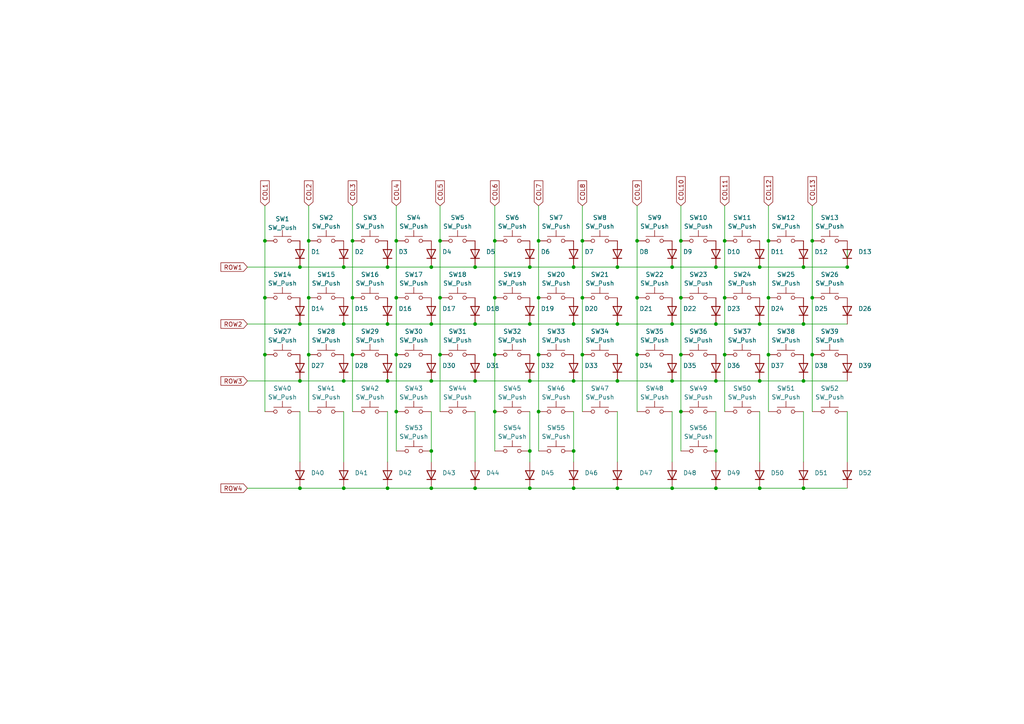
<source format=kicad_sch>
(kicad_sch (version 20230121) (generator eeschema)
  (paper "A4")
  (lib_symbols
    (symbol "Diode:1N4148W" (pin_numbers hide) (pin_names hide)
      (property "Reference" "D" (at 0 2.54 0))
      (property "Value" "1N4148W" (at 0 -2.54 0))
      (symbol "1N4148W_0_1"
        (polyline (pts (xy -1.27 1.27) (xy -1.27 -1.27)) (stroke (width 0.254)))
        (polyline (pts (xy 1.27 0) (xy -1.27 0)))
        (polyline (pts (xy 1.27 1.27) (xy 1.27 -1.27) (xy -1.27 0) (xy 1.27 1.27)) (stroke (width 0.254)))
      )
      (symbol "1N4148W_1_1"
        (pin passive line (at -3.81 0 0) (length 2.54) (name "K") (number "1"))
        (pin passive line (at 3.81 0 180) (length 2.54) (name "A") (number "2"))
      )
    )
    (symbol "Switch:SW_Push" (pin_numbers hide) (pin_names (offset 1.016) hide)
      (property "Reference" "SW" (at 1.27 2.54 0))
      (property "Value" "SW_Push" (at 0 -1.524 0))
      (symbol "SW_Push_0_1"
        (circle (center -2.032 0) (radius 0.508))
        (polyline (pts (xy 0 1.27) (xy 0 3.048)))
        (polyline (pts (xy 2.54 1.27) (xy -2.54 1.27)))
        (circle (center 2.032 0) (radius 0.508))
        (pin passive line (at -5.08 0 0) (length 2.54) (name "1") (number "1"))
        (pin passive line (at 5.08 0 180) (length 2.54) (name "2") (number "2"))
      )
    )
  )
  (junction (at 166.37 130.81))
  (junction (at 194.945 141.605))
  (junction (at 137.795 110.49))
  (junction (at 127.635 102.87))
  (junction (at 166.37 93.98))
  (junction (at 125.095 141.605))
  (junction (at 114.935 102.87))
  (junction (at 168.91 69.85))
  (junction (at 184.785 86.36))
  (junction (at 220.345 93.98))
  (junction (at 233.045 93.98))
  (junction (at 89.535 102.87))
  (junction (at 143.51 102.87))
  (junction (at 194.945 77.47))
  (junction (at 137.795 141.605))
  (junction (at 235.585 69.85))
  (junction (at 156.21 102.87))
  (junction (at 197.485 119.38))
  (junction (at 86.995 110.49))
  (junction (at 112.395 141.605))
  (junction (at 89.535 86.36))
  (junction (at 125.095 77.47))
  (junction (at 197.485 102.87))
  (junction (at 86.995 77.47))
  (junction (at 194.945 110.49))
  (junction (at 156.21 69.85))
  (junction (at 184.785 102.87))
  (junction (at 245.745 77.47))
  (junction (at 166.37 141.605))
  (junction (at 168.91 86.36))
  (junction (at 235.585 86.36))
  (junction (at 125.095 130.81))
  (junction (at 207.645 141.605))
  (junction (at 112.395 77.47))
  (junction (at 99.695 110.49))
  (junction (at 137.795 77.47))
  (junction (at 112.395 93.98))
  (junction (at 220.345 110.49))
  (junction (at 207.645 110.49))
  (junction (at 76.835 102.87))
  (junction (at 143.51 86.36))
  (junction (at 207.645 130.81))
  (junction (at 153.67 93.98))
  (junction (at 222.885 86.36))
  (junction (at 137.795 93.98))
  (junction (at 125.095 93.98))
  (junction (at 102.235 102.87))
  (junction (at 153.67 141.605))
  (junction (at 220.345 77.47))
  (junction (at 233.045 141.605))
  (junction (at 102.235 69.85))
  (junction (at 102.235 86.36))
  (junction (at 207.645 77.47))
  (junction (at 143.51 69.85))
  (junction (at 233.045 77.47))
  (junction (at 168.91 102.87))
  (junction (at 153.67 77.47))
  (junction (at 86.995 141.605))
  (junction (at 222.885 102.87))
  (junction (at 99.695 77.47))
  (junction (at 76.835 69.85))
  (junction (at 114.935 86.36))
  (junction (at 112.395 110.49))
  (junction (at 222.885 69.85))
  (junction (at 166.37 110.49))
  (junction (at 207.645 93.98))
  (junction (at 210.185 102.87))
  (junction (at 153.67 130.81))
  (junction (at 194.945 93.98))
  (junction (at 127.635 86.36))
  (junction (at 127.635 69.85))
  (junction (at 210.185 69.85))
  (junction (at 156.21 86.36))
  (junction (at 156.21 119.38))
  (junction (at 114.935 69.85))
  (junction (at 153.67 110.49))
  (junction (at 210.185 86.36))
  (junction (at 89.535 69.85))
  (junction (at 179.07 93.98))
  (junction (at 197.485 69.85))
  (junction (at 235.585 102.87))
  (junction (at 86.995 93.98))
  (junction (at 220.345 141.605))
  (junction (at 233.045 110.49))
  (junction (at 99.695 141.605))
  (junction (at 99.695 93.98))
  (junction (at 166.37 77.47))
  (junction (at 197.485 86.36))
  (junction (at 184.785 69.85))
  (junction (at 179.07 77.47))
  (junction (at 143.51 119.38))
  (junction (at 76.835 86.36))
  (junction (at 125.095 110.49))
  (junction (at 179.07 110.49))
  (junction (at 114.935 119.38))
  (junction (at 179.07 141.605))
  (wire (pts (xy 207.645 93.98) (xy 220.345 93.98)))
  (wire (pts (xy 137.795 93.98) (xy 153.67 93.98)))
  (wire (pts (xy 143.51 59.69) (xy 143.51 69.85)))
  (wire (pts (xy 143.51 86.36) (xy 143.51 102.87)))
  (wire (pts (xy 99.695 77.47) (xy 112.395 77.47)))
  (wire (pts (xy 184.785 69.85) (xy 184.785 86.36)))
  (wire (pts (xy 197.485 102.87) (xy 197.485 119.38)))
  (wire (pts (xy 127.635 86.36) (xy 127.635 102.87)))
  (wire (pts (xy 137.795 141.605) (xy 153.67 141.605)))
  (wire (pts (xy 76.835 59.69) (xy 76.835 69.85)))
  (wire (pts (xy 207.645 77.47) (xy 220.345 77.47)))
  (wire (pts (xy 86.995 93.98) (xy 99.695 93.98)))
  (wire (pts (xy 207.645 110.49) (xy 220.345 110.49)))
  (wire (pts (xy 179.07 93.98) (xy 194.945 93.98)))
  (wire (pts (xy 125.095 93.98) (xy 137.795 93.98)))
  (wire (pts (xy 99.695 141.605) (xy 112.395 141.605)))
  (wire (pts (xy 168.91 86.36) (xy 168.91 102.87)))
  (wire (pts (xy 76.835 102.87) (xy 76.835 119.38)))
  (wire (pts (xy 114.935 119.38) (xy 114.935 130.81)))
  (wire (pts (xy 235.585 102.87) (xy 235.585 119.38)))
  (wire (pts (xy 197.485 119.38) (xy 197.485 130.81)))
  (wire (pts (xy 153.67 141.605) (xy 166.37 141.605)))
  (wire (pts (xy 168.91 69.85) (xy 168.91 86.36)))
  (wire (pts (xy 220.345 133.985) (xy 220.345 119.38)))
  (wire (pts (xy 179.07 119.38) (xy 179.07 133.985)))
  (wire (pts (xy 86.995 141.605) (xy 99.695 141.605)))
  (wire (pts (xy 245.745 133.985) (xy 245.745 119.38)))
  (wire (pts (xy 168.91 59.69) (xy 168.91 69.85)))
  (wire (pts (xy 137.795 133.985) (xy 137.795 119.38)))
  (wire (pts (xy 233.045 141.605) (xy 245.745 141.605)))
  (wire (pts (xy 197.485 86.36) (xy 197.485 102.87)))
  (wire (pts (xy 210.185 59.69) (xy 210.185 69.85)))
  (wire (pts (xy 235.585 69.85) (xy 235.585 86.36)))
  (wire (pts (xy 210.185 86.36) (xy 210.185 102.87)))
  (wire (pts (xy 207.645 133.985) (xy 207.645 130.81)))
  (wire (pts (xy 210.185 102.87) (xy 210.185 119.38)))
  (wire (pts (xy 127.635 102.87) (xy 127.635 119.38)))
  (wire (pts (xy 222.885 69.85) (xy 222.885 86.36)))
  (wire (pts (xy 197.485 59.69) (xy 197.485 69.85)))
  (wire (pts (xy 153.67 77.47) (xy 166.37 77.47)))
  (wire (pts (xy 112.395 77.47) (xy 125.095 77.47)))
  (wire (pts (xy 194.945 93.98) (xy 207.645 93.98)))
  (wire (pts (xy 114.935 69.85) (xy 114.935 86.36)))
  (wire (pts (xy 114.935 102.87) (xy 114.935 119.38)))
  (wire (pts (xy 233.045 77.47) (xy 245.745 77.47)))
  (wire (pts (xy 137.795 77.47) (xy 153.67 77.47)))
  (wire (pts (xy 102.235 59.69) (xy 102.235 69.85)))
  (wire (pts (xy 210.185 69.85) (xy 210.185 86.36)))
  (wire (pts (xy 194.945 110.49) (xy 207.645 110.49)))
  (wire (pts (xy 143.51 102.87) (xy 143.51 119.38)))
  (wire (pts (xy 156.21 69.85) (xy 156.21 86.36)))
  (wire (pts (xy 89.535 86.36) (xy 89.535 102.87)))
  (wire (pts (xy 76.835 86.36) (xy 76.835 102.87)))
  (wire (pts (xy 125.095 130.81) (xy 125.095 119.38)))
  (wire (pts (xy 156.21 102.87) (xy 156.21 119.38)))
  (wire (pts (xy 143.51 119.38) (xy 143.51 130.81)))
  (wire (pts (xy 112.395 133.985) (xy 112.395 119.38)))
  (wire (pts (xy 166.37 77.47) (xy 179.07 77.47)))
  (wire (pts (xy 166.37 93.98) (xy 179.07 93.98)))
  (wire (pts (xy 222.885 59.69) (xy 222.885 69.85)))
  (wire (pts (xy 99.695 110.49) (xy 112.395 110.49)))
  (wire (pts (xy 166.37 110.49) (xy 179.07 110.49)))
  (wire (pts (xy 197.485 69.85) (xy 197.485 86.36)))
  (wire (pts (xy 233.045 93.98) (xy 245.745 93.98)))
  (wire (pts (xy 102.235 102.87) (xy 102.235 119.38)))
  (wire (pts (xy 127.635 69.85) (xy 127.635 86.36)))
  (wire (pts (xy 102.235 86.36) (xy 102.235 102.87)))
  (wire (pts (xy 125.095 133.985) (xy 125.095 130.81)))
  (wire (pts (xy 156.21 86.36) (xy 156.21 102.87)))
  (wire (pts (xy 233.045 133.985) (xy 233.045 119.38)))
  (wire (pts (xy 86.995 77.47) (xy 99.695 77.47)))
  (wire (pts (xy 235.585 59.69) (xy 235.585 69.85)))
  (wire (pts (xy 71.755 93.98) (xy 86.995 93.98)))
  (wire (pts (xy 125.095 141.605) (xy 137.795 141.605)))
  (wire (pts (xy 86.995 133.985) (xy 86.995 119.38)))
  (wire (pts (xy 179.07 77.47) (xy 194.945 77.47)))
  (wire (pts (xy 179.07 141.605) (xy 194.945 141.605)))
  (wire (pts (xy 207.645 141.605) (xy 220.345 141.605)))
  (wire (pts (xy 179.07 110.49) (xy 194.945 110.49)))
  (wire (pts (xy 166.37 141.605) (xy 179.07 141.605)))
  (wire (pts (xy 233.045 110.49) (xy 245.745 110.49)))
  (wire (pts (xy 194.945 141.605) (xy 207.645 141.605)))
  (wire (pts (xy 112.395 110.49) (xy 125.095 110.49)))
  (wire (pts (xy 99.695 133.985) (xy 99.695 119.38)))
  (wire (pts (xy 245.745 72.39) (xy 245.745 77.47)))
  (wire (pts (xy 76.835 69.85) (xy 76.835 86.36)))
  (wire (pts (xy 153.67 130.81) (xy 153.67 119.38)))
  (wire (pts (xy 125.095 110.49) (xy 137.795 110.49)))
  (wire (pts (xy 127.635 59.69) (xy 127.635 69.85)))
  (wire (pts (xy 89.535 69.85) (xy 89.535 86.36)))
  (wire (pts (xy 89.535 102.87) (xy 89.535 119.38)))
  (wire (pts (xy 235.585 86.36) (xy 235.585 102.87)))
  (wire (pts (xy 156.21 119.38) (xy 156.21 130.81)))
  (wire (pts (xy 99.695 93.98) (xy 112.395 93.98)))
  (wire (pts (xy 71.755 110.49) (xy 86.995 110.49)))
  (wire (pts (xy 194.945 133.985) (xy 194.945 119.38)))
  (wire (pts (xy 71.755 141.605) (xy 86.995 141.605)))
  (wire (pts (xy 86.995 110.49) (xy 99.695 110.49)))
  (wire (pts (xy 112.395 93.98) (xy 125.095 93.98)))
  (wire (pts (xy 194.945 77.47) (xy 207.645 77.47)))
  (wire (pts (xy 71.755 77.47) (xy 86.995 77.47)))
  (wire (pts (xy 220.345 77.47) (xy 233.045 77.47)))
  (wire (pts (xy 184.785 59.69) (xy 184.785 69.85)))
  (wire (pts (xy 153.67 93.98) (xy 166.37 93.98)))
  (wire (pts (xy 184.785 86.36) (xy 184.785 102.87)))
  (wire (pts (xy 153.67 110.49) (xy 166.37 110.49)))
  (wire (pts (xy 220.345 110.49) (xy 233.045 110.49)))
  (wire (pts (xy 125.095 77.47) (xy 137.795 77.47)))
  (wire (pts (xy 137.795 110.49) (xy 153.67 110.49)))
  (wire (pts (xy 143.51 69.85) (xy 143.51 86.36)))
  (wire (pts (xy 114.935 59.69) (xy 114.935 69.85)))
  (wire (pts (xy 166.37 130.81) (xy 166.37 133.985)))
  (wire (pts (xy 156.21 59.69) (xy 156.21 69.85)))
  (wire (pts (xy 184.785 102.87) (xy 184.785 119.38)))
  (wire (pts (xy 207.645 130.81) (xy 207.645 119.38)))
  (wire (pts (xy 89.535 59.69) (xy 89.535 69.85)))
  (wire (pts (xy 112.395 141.605) (xy 125.095 141.605)))
  (wire (pts (xy 114.935 86.36) (xy 114.935 102.87)))
  (wire (pts (xy 102.235 69.85) (xy 102.235 86.36)))
  (wire (pts (xy 153.67 133.985) (xy 153.67 130.81)))
  (wire (pts (xy 222.885 102.87) (xy 222.885 119.38)))
  (wire (pts (xy 220.345 141.605) (xy 233.045 141.605)))
  (wire (pts (xy 166.37 130.81) (xy 166.37 119.38)))
  (wire (pts (xy 168.91 102.87) (xy 168.91 119.38)))
  (wire (pts (xy 222.885 86.36) (xy 222.885 102.87)))
  (wire (pts (xy 220.345 93.98) (xy 233.045 93.98)))
  (global_label "COL1" (shape input) (at 76.835 59.69 90) (property "Intersheetrefs" "${INTERSHEET_REFS}" (effects hide)))
  (global_label "COL10" (shape input) (at 197.485 59.69 90) (property "Intersheetrefs" "${INTERSHEET_REFS}" (effects hide)))
  (global_label "COL13" (shape input) (at 235.585 59.69 90) (property "Intersheetrefs" "${INTERSHEET_REFS}" (effects hide)))
  (global_label "COL6" (shape input) (at 143.51 59.69 90) (property "Intersheetrefs" "${INTERSHEET_REFS}" (effects hide)))
  (global_label "COL5" (shape input) (at 127.635 59.69 90) (property "Intersheetrefs" "${INTERSHEET_REFS}" (effects hide)))
  (global_label "COL8" (shape input) (at 168.91 59.69 90) (property "Intersheetrefs" "${INTERSHEET_REFS}" (effects hide)))
  (global_label "ROW2" (shape input) (at 71.755 93.98 180) (property "Intersheetrefs" "${INTERSHEET_REFS}" (effects hide)))
  (global_label "COL9" (shape input) (at 184.785 59.69 90) (property "Intersheetrefs" "${INTERSHEET_REFS}" (effects hide)))
  (global_label "COL7" (shape input) (at 156.21 59.69 90) (property "Intersheetrefs" "${INTERSHEET_REFS}" (effects hide)))
  (global_label "COL4" (shape input) (at 114.935 59.69 90) (property "Intersheetrefs" "${INTERSHEET_REFS}" (effects hide)))
  (global_label "COL12" (shape input) (at 222.885 59.69 90) (property "Intersheetrefs" "${INTERSHEET_REFS}" (effects hide)))
  (global_label "COL11" (shape input) (at 210.185 59.69 90) (property "Intersheetrefs" "${INTERSHEET_REFS}" (effects hide)))
  (global_label "ROW4" (shape input) (at 71.755 141.605 180) (property "Intersheetrefs" "${INTERSHEET_REFS}" (effects hide)))
  (global_label "ROW3" (shape input) (at 71.755 110.49 180) (property "Intersheetrefs" "${INTERSHEET_REFS}" (effects hide)))
  (global_label "COL2" (shape input) (at 89.535 59.69 90) (property "Intersheetrefs" "${INTERSHEET_REFS}" (effects hide)))
  (global_label "COL3" (shape input) (at 102.235 59.69 90) (property "Intersheetrefs" "${INTERSHEET_REFS}" (effects hide)))
  (global_label "ROW1" (shape input) (at 71.755 77.47 180) (property "Intersheetrefs" "${INTERSHEET_REFS}" (effects hide)))
  (symbol (lib_id "Diode:1N4148W") (at 166.37 90.17 90) (unit 1)
    (property "Reference" "D20" (at 169.545 89.535 90) (effects (justify right)))
    (property "Value" "1N4148W" (effects hide))
    (property "Footprint" "Diode_SMD:D_SOD-123" (effects hide))
    (property "Datasheet" "https://www.vishay.com/docs/85748/1n4148w.pdf" (effects hide))
    (property "Sim.Device" "D" (effects hide))
    (property "Sim.Pins" "1=K 2=A" (effects hide))
  )
  (symbol (lib_id "Switch:SW_Push") (at 240.665 119.38 0) (unit 1)
    (property "Reference" "SW52" (at 240.665 112.649 0))
    (property "Value" "SW_Push" (at 240.665 115.189 0))
    (property "Footprint" "MX_Solderable:MX-Solderable-1U" (effects hide))
  )
  (symbol (lib_id "Diode:1N4148W") (at 179.07 137.795 90) (unit 1)
    (property "Reference" "D47" (at 185.42 137.16 90) (effects (justify right)))
    (property "Value" "1N4148W" (effects hide))
    (property "Footprint" "Diode_SMD:D_SOD-123" (effects hide))
    (property "Datasheet" "https://www.vishay.com/docs/85748/1n4148w.pdf" (effects hide))
    (property "Sim.Device" "D" (effects hide))
    (property "Sim.Pins" "1=K 2=A" (effects hide))
  )
  (symbol (lib_id "Diode:1N4148W") (at 125.095 106.68 90) (unit 1)
    (property "Reference" "D30" (at 128.27 106.045 90) (effects (justify right)))
    (property "Value" "1N4148W" (effects hide))
    (property "Footprint" "Diode_SMD:D_SOD-123" (effects hide))
    (property "Datasheet" "https://www.vishay.com/docs/85748/1n4148w.pdf" (effects hide))
    (property "Sim.Device" "D" (effects hide))
    (property "Sim.Pins" "1=K 2=A" (effects hide))
  )
  (symbol (lib_id "Switch:SW_Push") (at 107.315 69.85 0) (unit 1)
    (property "Reference" "SW3" (at 107.315 63.119 0))
    (property "Value" "SW_Push" (at 107.315 65.659 0))
    (property "Footprint" "MX_Solderable:MX-Solderable-1U" (effects hide))
  )
  (symbol (lib_id "Diode:1N4148W") (at 207.645 73.66 90) (unit 1)
    (property "Reference" "D10" (at 210.82 73.025 90) (effects (justify right)))
    (property "Value" "1N4148W" (effects hide))
    (property "Footprint" "Diode_SMD:D_SOD-123" (effects hide))
    (property "Datasheet" "https://www.vishay.com/docs/85748/1n4148w.pdf" (effects hide))
    (property "Sim.Device" "D" (effects hide))
    (property "Sim.Pins" "1=K 2=A" (effects hide))
  )
  (symbol (lib_id "Switch:SW_Push") (at 202.565 102.87 0) (unit 1)
    (property "Reference" "SW36" (at 202.565 96.139 0))
    (property "Value" "SW_Push" (at 202.565 98.679 0))
    (property "Footprint" "MX_Solderable:MX-Solderable-1U" (effects hide))
  )
  (symbol (lib_id "Diode:1N4148W") (at 233.045 90.17 90) (unit 1)
    (property "Reference" "D25" (at 236.22 89.535 90) (effects (justify right)))
    (property "Value" "1N4148W" (effects hide))
    (property "Footprint" "Diode_SMD:D_SOD-123" (effects hide))
    (property "Datasheet" "https://www.vishay.com/docs/85748/1n4148w.pdf" (effects hide))
    (property "Sim.Device" "D" (effects hide))
    (property "Sim.Pins" "1=K 2=A" (effects hide))
  )
  (symbol (lib_id "Diode:1N4148W") (at 207.645 106.68 90) (unit 1)
    (property "Reference" "D36" (at 210.82 106.045 90) (effects (justify right)))
    (property "Value" "1N4148W" (effects hide))
    (property "Footprint" "Diode_SMD:D_SOD-123" (effects hide))
    (property "Datasheet" "https://www.vishay.com/docs/85748/1n4148w.pdf" (effects hide))
    (property "Sim.Device" "D" (effects hide))
    (property "Sim.Pins" "1=K 2=A" (effects hide))
  )
  (symbol (lib_id "Diode:1N4148W") (at 153.67 106.68 90) (unit 1)
    (property "Reference" "D32" (at 156.845 106.045 90) (effects (justify right)))
    (property "Value" "1N4148W" (effects hide))
    (property "Footprint" "Diode_SMD:D_SOD-123" (effects hide))
    (property "Datasheet" "https://www.vishay.com/docs/85748/1n4148w.pdf" (effects hide))
    (property "Sim.Device" "D" (effects hide))
    (property "Sim.Pins" "1=K 2=A" (effects hide))
  )
  (symbol (lib_id "Switch:SW_Push") (at 215.265 102.87 0) (unit 1)
    (property "Reference" "SW37" (at 215.265 96.139 0))
    (property "Value" "SW_Push" (at 215.265 98.679 0))
    (property "Footprint" "MX_Solderable:MX-Solderable-1U" (effects hide))
  )
  (symbol (lib_id "Switch:SW_Push") (at 148.59 119.38 0) (unit 1)
    (property "Reference" "SW45" (at 148.59 112.649 0))
    (property "Value" "SW_Push" (at 148.59 115.189 0))
    (property "Footprint" "MX_Solderable:MX-Solderable-1U" (effects hide))
  )
  (symbol (lib_id "Switch:SW_Push") (at 161.29 130.81 0) (unit 1)
    (property "Reference" "SW55" (at 161.29 124.079 0))
    (property "Value" "SW_Push" (at 161.29 126.619 0))
    (property "Footprint" "MX_Solderable:MX-Solderable-2U-ReversedStabilizers" (effects hide))
  )
  (symbol (lib_id "Diode:1N4148W") (at 179.07 90.17 90) (unit 1)
    (property "Reference" "D21" (at 185.42 89.535 90) (effects (justify right)))
    (property "Value" "1N4148W" (effects hide))
    (property "Footprint" "Diode_SMD:D_SOD-123" (effects hide))
    (property "Datasheet" "https://www.vishay.com/docs/85748/1n4148w.pdf" (effects hide))
    (property "Sim.Device" "D" (effects hide))
    (property "Sim.Pins" "1=K 2=A" (effects hide))
  )
  (symbol (lib_id "Switch:SW_Push") (at 81.915 69.85 0) (unit 1)
    (property "Reference" "SW1" (at 81.915 63.5 0))
    (property "Value" "SW_Push" (at 81.915 66.04 0))
    (property "Footprint" "MX_Solderable:MX-Solderable-1U" (effects hide))
  )
  (symbol (lib_id "Diode:1N4148W") (at 166.37 137.795 90) (unit 1)
    (property "Reference" "D46" (at 169.545 137.16 90) (effects (justify right)))
    (property "Value" "1N4148W" (effects hide))
    (property "Footprint" "Diode_SMD:D_SOD-123" (effects hide))
    (property "Datasheet" "https://www.vishay.com/docs/85748/1n4148w.pdf" (effects hide))
    (property "Sim.Device" "D" (effects hide))
    (property "Sim.Pins" "1=K 2=A" (effects hide))
  )
  (symbol (lib_id "Switch:SW_Push") (at 81.915 86.36 0) (unit 1)
    (property "Reference" "SW14" (at 81.915 79.629 0))
    (property "Value" "SW_Push" (at 81.915 82.169 0))
    (property "Footprint" "MX_Solderable:MX-Solderable-1U" (effects hide))
  )
  (symbol (lib_id "Switch:SW_Push") (at 120.015 102.87 0) (unit 1)
    (property "Reference" "SW30" (at 120.015 96.139 0))
    (property "Value" "SW_Push" (at 120.015 98.679 0))
    (property "Footprint" "MX_Solderable:MX-Solderable-1U" (effects hide))
  )
  (symbol (lib_id "Switch:SW_Push") (at 120.015 130.81 0) (unit 1)
    (property "Reference" "SW53" (at 120.015 124.079 0))
    (property "Value" "SW_Push" (at 120.015 126.619 0))
    (property "Footprint" "MX_Solderable:MX-Solderable-2U-ReversedStabilizers" (effects hide))
  )
  (symbol (lib_id "Diode:1N4148W") (at 86.995 90.17 90) (unit 1)
    (property "Reference" "D14" (at 90.17 89.535 90) (effects (justify right)))
    (property "Value" "1N4148W" (effects hide))
    (property "Footprint" "Diode_SMD:D_SOD-123" (effects hide))
    (property "Datasheet" "https://www.vishay.com/docs/85748/1n4148w.pdf" (effects hide))
    (property "Sim.Device" "D" (effects hide))
    (property "Sim.Pins" "1=K 2=A" (effects hide))
  )
  (symbol (lib_id "Switch:SW_Push") (at 148.59 69.85 0) (unit 1)
    (property "Reference" "SW6" (at 148.59 63.119 0))
    (property "Value" "SW_Push" (at 148.59 65.659 0))
    (property "Footprint" "MX_Solderable:MX-Solderable-1U" (effects hide))
  )
  (symbol (lib_id "Diode:1N4148W") (at 137.795 90.17 90) (unit 1)
    (property "Reference" "D18" (at 140.97 89.535 90) (effects (justify right)))
    (property "Value" "1N4148W" (effects hide))
    (property "Footprint" "Diode_SMD:D_SOD-123" (effects hide))
    (property "Datasheet" "https://www.vishay.com/docs/85748/1n4148w.pdf" (effects hide))
    (property "Sim.Device" "D" (effects hide))
    (property "Sim.Pins" "1=K 2=A" (effects hide))
  )
  (symbol (lib_id "Switch:SW_Push") (at 227.965 86.36 0) (unit 1)
    (property "Reference" "SW25" (at 227.965 79.629 0))
    (property "Value" "SW_Push" (at 227.965 82.169 0))
    (property "Footprint" "MX_Solderable:MX-Solderable-1U" (effects hide))
  )
  (symbol (lib_id "Switch:SW_Push") (at 148.59 130.81 0) (unit 1)
    (property "Reference" "SW54" (at 148.59 124.079 0))
    (property "Value" "SW_Push" (at 148.59 126.619 0))
    (property "Footprint" "MX_Solderable:MX-Solderable-2U-ReversedStabilizers" (effects hide))
  )
  (symbol (lib_id "Switch:SW_Push") (at 94.615 86.36 0) (unit 1)
    (property "Reference" "SW15" (at 94.615 79.629 0))
    (property "Value" "SW_Push" (at 94.615 82.169 0))
    (property "Footprint" "MX_Solderable:MX-Solderable-1U" (effects hide))
  )
  (symbol (lib_id "Switch:SW_Push") (at 161.29 86.36 0) (unit 1)
    (property "Reference" "SW20" (at 161.29 79.629 0))
    (property "Value" "SW_Push" (at 161.29 82.169 0))
    (property "Footprint" "MX_Solderable:MX-Solderable-1U" (effects hide))
  )
  (symbol (lib_id "Switch:SW_Push") (at 94.615 119.38 0) (unit 1)
    (property "Reference" "SW41" (at 94.615 112.649 0))
    (property "Value" "SW_Push" (at 94.615 115.189 0))
    (property "Footprint" "MX_Solderable:MX-Solderable-1U" (effects hide))
  )
  (symbol (lib_id "Diode:1N4148W") (at 220.345 106.68 90) (unit 1)
    (property "Reference" "D37" (at 223.52 106.045 90) (effects (justify right)))
    (property "Value" "1N4148W" (effects hide))
    (property "Footprint" "Diode_SMD:D_SOD-123" (effects hide))
    (property "Datasheet" "https://www.vishay.com/docs/85748/1n4148w.pdf" (effects hide))
    (property "Sim.Device" "D" (effects hide))
    (property "Sim.Pins" "1=K 2=A" (effects hide))
  )
  (symbol (lib_id "Diode:1N4148W") (at 179.07 106.68 90) (unit 1)
    (property "Reference" "D34" (at 185.42 106.045 90) (effects (justify right)))
    (property "Value" "1N4148W" (effects hide))
    (property "Footprint" "Diode_SMD:D_SOD-123" (effects hide))
    (property "Datasheet" "https://www.vishay.com/docs/85748/1n4148w.pdf" (effects hide))
    (property "Sim.Device" "D" (effects hide))
    (property "Sim.Pins" "1=K 2=A" (effects hide))
  )
  (symbol (lib_id "Diode:1N4148W") (at 207.645 90.17 90) (unit 1)
    (property "Reference" "D23" (at 210.82 89.535 90) (effects (justify right)))
    (property "Value" "1N4148W" (effects hide))
    (property "Footprint" "Diode_SMD:D_SOD-123" (effects hide))
    (property "Datasheet" "https://www.vishay.com/docs/85748/1n4148w.pdf" (effects hide))
    (property "Sim.Device" "D" (effects hide))
    (property "Sim.Pins" "1=K 2=A" (effects hide))
  )
  (symbol (lib_id "Diode:1N4148W") (at 125.095 73.66 90) (unit 1)
    (property "Reference" "D4" (at 128.27 73.025 90) (effects (justify right)))
    (property "Value" "1N4148W" (effects hide))
    (property "Footprint" "Diode_SMD:D_SOD-123" (effects hide))
    (property "Datasheet" "https://www.vishay.com/docs/85748/1n4148w.pdf" (effects hide))
    (property "Sim.Device" "D" (effects hide))
    (property "Sim.Pins" "1=K 2=A" (effects hide))
  )
  (symbol (lib_id "Diode:1N4148W") (at 112.395 73.66 90) (unit 1)
    (property "Reference" "D3" (at 115.57 73.025 90) (effects (justify right)))
    (property "Value" "1N4148W" (effects hide))
    (property "Footprint" "Diode_SMD:D_SOD-123" (effects hide))
    (property "Datasheet" "https://www.vishay.com/docs/85748/1n4148w.pdf" (effects hide))
    (property "Sim.Device" "D" (effects hide))
    (property "Sim.Pins" "1=K 2=A" (effects hide))
  )
  (symbol (lib_id "Switch:SW_Push") (at 202.565 119.38 0) (unit 1)
    (property "Reference" "SW49" (at 202.565 112.649 0))
    (property "Value" "SW_Push" (at 202.565 115.189 0))
    (property "Footprint" "MX_Solderable:MX-Solderable-3U-ReversedStabilizers" (effects hide))
  )
  (symbol (lib_id "Diode:1N4148W") (at 220.345 137.795 90) (unit 1)
    (property "Reference" "D50" (at 223.52 137.16 90) (effects (justify right)))
    (property "Value" "1N4148W" (effects hide))
    (property "Footprint" "Diode_SMD:D_SOD-123" (effects hide))
    (property "Datasheet" "https://www.vishay.com/docs/85748/1n4148w.pdf" (effects hide))
    (property "Sim.Device" "D" (effects hide))
    (property "Sim.Pins" "1=K 2=A" (effects hide))
  )
  (symbol (lib_id "Diode:1N4148W") (at 153.67 137.795 90) (unit 1)
    (property "Reference" "D45" (at 156.845 137.16 90) (effects (justify right)))
    (property "Value" "1N4148W" (effects hide))
    (property "Footprint" "Diode_SMD:D_SOD-123" (effects hide))
    (property "Datasheet" "https://www.vishay.com/docs/85748/1n4148w.pdf" (effects hide))
    (property "Sim.Device" "D" (effects hide))
    (property "Sim.Pins" "1=K 2=A" (effects hide))
  )
  (symbol (lib_id "Switch:SW_Push") (at 81.915 119.38 0) (unit 1)
    (property "Reference" "SW40" (at 81.915 112.649 0))
    (property "Value" "SW_Push" (at 81.915 115.189 0))
    (property "Footprint" "MX_Solderable:MX-Solderable-1U" (effects hide))
  )
  (symbol (lib_id "Diode:1N4148W") (at 245.745 106.68 90) (unit 1)
    (property "Reference" "D39" (at 248.92 106.045 90) (effects (justify right)))
    (property "Value" "1N4148W" (effects hide))
    (property "Footprint" "Diode_SMD:D_SOD-123" (effects hide))
    (property "Datasheet" "https://www.vishay.com/docs/85748/1n4148w.pdf" (effects hide))
    (property "Sim.Device" "D" (effects hide))
    (property "Sim.Pins" "1=K 2=A" (effects hide))
  )
  (symbol (lib_id "Switch:SW_Push") (at 148.59 86.36 0) (unit 1)
    (property "Reference" "SW19" (at 148.59 79.629 0))
    (property "Value" "SW_Push" (at 148.59 82.169 0))
    (property "Footprint" "MX_Solderable:MX-Solderable-1U" (effects hide))
  )
  (symbol (lib_id "Diode:1N4148W") (at 220.345 73.66 90) (unit 1)
    (property "Reference" "D11" (at 223.52 73.025 90) (effects (justify right)))
    (property "Value" "1N4148W" (effects hide))
    (property "Footprint" "Diode_SMD:D_SOD-123" (effects hide))
    (property "Datasheet" "https://www.vishay.com/docs/85748/1n4148w.pdf" (effects hide))
    (property "Sim.Device" "D" (effects hide))
    (property "Sim.Pins" "1=K 2=A" (effects hide))
  )
  (symbol (lib_id "Diode:1N4148W") (at 194.945 90.17 90) (unit 1)
    (property "Reference" "D22" (at 198.12 89.535 90) (effects (justify right)))
    (property "Value" "1N4148W" (effects hide))
    (property "Footprint" "Diode_SMD:D_SOD-123" (effects hide))
    (property "Datasheet" "https://www.vishay.com/docs/85748/1n4148w.pdf" (effects hide))
    (property "Sim.Device" "D" (effects hide))
    (property "Sim.Pins" "1=K 2=A" (effects hide))
  )
  (symbol (lib_id "Diode:1N4148W") (at 233.045 73.66 90) (unit 1)
    (property "Reference" "D12" (at 236.22 73.025 90) (effects (justify right)))
    (property "Value" "1N4148W" (effects hide))
    (property "Footprint" "Diode_SMD:D_SOD-123" (effects hide))
    (property "Datasheet" "https://www.vishay.com/docs/85748/1n4148w.pdf" (effects hide))
    (property "Sim.Device" "D" (effects hide))
    (property "Sim.Pins" "1=K 2=A" (effects hide))
  )
  (symbol (lib_id "Diode:1N4148W") (at 112.395 137.795 90) (unit 1)
    (property "Reference" "D42" (at 115.57 137.16 90) (effects (justify right)))
    (property "Value" "1N4148W" (effects hide))
    (property "Footprint" "Diode_SMD:D_SOD-123" (effects hide))
    (property "Datasheet" "https://www.vishay.com/docs/85748/1n4148w.pdf" (effects hide))
    (property "Sim.Device" "D" (effects hide))
    (property "Sim.Pins" "1=K 2=A" (effects hide))
  )
  (symbol (lib_id "Diode:1N4148W") (at 99.695 106.68 90) (unit 1)
    (property "Reference" "D28" (at 102.87 106.045 90) (effects (justify right)))
    (property "Value" "1N4148W" (effects hide))
    (property "Footprint" "Diode_SMD:D_SOD-123" (effects hide))
    (property "Datasheet" "https://www.vishay.com/docs/85748/1n4148w.pdf" (effects hide))
    (property "Sim.Device" "D" (effects hide))
    (property "Sim.Pins" "1=K 2=A" (effects hide))
  )
  (symbol (lib_id "Diode:1N4148W") (at 86.995 106.68 90) (unit 1)
    (property "Reference" "D27" (at 90.17 106.045 90) (effects (justify right)))
    (property "Value" "1N4148W" (effects hide))
    (property "Footprint" "Diode_SMD:D_SOD-123" (effects hide))
    (property "Datasheet" "https://www.vishay.com/docs/85748/1n4148w.pdf" (effects hide))
    (property "Sim.Device" "D" (effects hide))
    (property "Sim.Pins" "1=K 2=A" (effects hide))
  )
  (symbol (lib_id "Switch:SW_Push") (at 132.715 102.87 0) (unit 1)
    (property "Reference" "SW31" (at 132.715 96.139 0))
    (property "Value" "SW_Push" (at 132.715 98.679 0))
    (property "Footprint" "MX_Solderable:MX-Solderable-1U" (effects hide))
  )
  (symbol (lib_id "Switch:SW_Push") (at 120.015 69.85 0) (unit 1)
    (property "Reference" "SW4" (at 120.015 63.119 0))
    (property "Value" "SW_Push" (at 120.015 65.659 0))
    (property "Footprint" "MX_Solderable:MX-Solderable-1U" (effects hide))
  )
  (symbol (lib_id "Switch:SW_Push") (at 107.315 102.87 0) (unit 1)
    (property "Reference" "SW29" (at 107.315 96.139 0))
    (property "Value" "SW_Push" (at 107.315 98.679 0))
    (property "Footprint" "MX_Solderable:MX-Solderable-1U" (effects hide))
  )
  (symbol (lib_id "Switch:SW_Push") (at 173.99 102.87 0) (unit 1)
    (property "Reference" "SW34" (at 173.99 96.139 0))
    (property "Value" "SW_Push" (at 173.99 98.679 0))
    (property "Footprint" "MX_Solderable:MX-Solderable-1U" (effects hide))
  )
  (symbol (lib_id "Switch:SW_Push") (at 227.965 119.38 0) (unit 1)
    (property "Reference" "SW51" (at 227.965 112.649 0))
    (property "Value" "SW_Push" (at 227.965 115.189 0))
    (property "Footprint" "MX_Solderable:MX-Solderable-1U" (effects hide))
  )
  (symbol (lib_id "Diode:1N4148W") (at 99.695 73.66 90) (unit 1)
    (property "Reference" "D2" (at 102.87 73.025 90) (effects (justify right)))
    (property "Value" "1N4148W" (effects hide))
    (property "Footprint" "Diode_SMD:D_SOD-123" (effects hide))
    (property "Datasheet" "https://www.vishay.com/docs/85748/1n4148w.pdf" (effects hide))
    (property "Sim.Device" "D" (effects hide))
    (property "Sim.Pins" "1=K 2=A" (effects hide))
  )
  (symbol (lib_id "Switch:SW_Push") (at 161.29 69.85 0) (unit 1)
    (property "Reference" "SW7" (at 161.29 63.119 0))
    (property "Value" "SW_Push" (at 161.29 65.659 0))
    (property "Footprint" "MX_Solderable:MX-Solderable-1U" (effects hide))
  )
  (symbol (lib_id "Diode:1N4148W") (at 99.695 137.795 90) (unit 1)
    (property "Reference" "D41" (at 102.87 137.16 90) (effects (justify right)))
    (property "Value" "1N4148W" (effects hide))
    (property "Footprint" "Diode_SMD:D_SOD-123" (effects hide))
    (property "Datasheet" "https://www.vishay.com/docs/85748/1n4148w.pdf" (effects hide))
    (property "Sim.Device" "D" (effects hide))
    (property "Sim.Pins" "1=K 2=A" (effects hide))
  )
  (symbol (lib_id "Switch:SW_Push") (at 215.265 69.85 0) (unit 1)
    (property "Reference" "SW11" (at 215.265 63.119 0))
    (property "Value" "SW_Push" (at 215.265 65.659 0))
    (property "Footprint" "MX_Solderable:MX-Solderable-1U" (effects hide))
  )
  (symbol (lib_id "Switch:SW_Push") (at 189.865 119.38 0) (mirror y) (unit 1)
    (property "Reference" "SW48" (at 189.865 112.649 0))
    (property "Value" "SW_Push" (at 189.865 115.189 0))
    (property "Footprint" "MX_Solderable:MX-Solderable-1U" (effects hide))
  )
  (symbol (lib_id "Switch:SW_Push") (at 94.615 69.85 0) (unit 1)
    (property "Reference" "SW2" (at 94.615 63.119 0))
    (property "Value" "SW_Push" (at 94.615 65.659 0))
    (property "Footprint" "MX_Solderable:MX-Solderable-1U" (effects hide))
  )
  (symbol (lib_id "Diode:1N4148W") (at 245.745 73.66 90) (unit 1)
    (property "Reference" "D13" (at 248.92 73.025 90) (effects (justify right)))
    (property "Value" "1N4148W" (effects hide))
    (property "Footprint" "Diode_SMD:D_SOD-123" (effects hide))
    (property "Datasheet" "https://www.vishay.com/docs/85748/1n4148w.pdf" (effects hide))
    (property "Sim.Device" "D" (effects hide))
    (property "Sim.Pins" "1=K 2=A" (effects hide))
  )
  (symbol (lib_id "Switch:SW_Push") (at 215.265 86.36 0) (unit 1)
    (property "Reference" "SW24" (at 215.265 79.629 0))
    (property "Value" "SW_Push" (at 215.265 82.169 0))
    (property "Footprint" "MX_Solderable:MX-Solderable-1U" (effects hide))
  )
  (symbol (lib_id "Diode:1N4148W") (at 137.795 137.795 90) (unit 1)
    (property "Reference" "D44" (at 140.97 137.16 90) (effects (justify right)))
    (property "Value" "1N4148W" (effects hide))
    (property "Footprint" "Diode_SMD:D_SOD-123" (effects hide))
    (property "Datasheet" "https://www.vishay.com/docs/85748/1n4148w.pdf" (effects hide))
    (property "Sim.Device" "D" (effects hide))
    (property "Sim.Pins" "1=K 2=A" (effects hide))
  )
  (symbol (lib_id "Diode:1N4148W") (at 245.745 90.17 90) (unit 1)
    (property "Reference" "D26" (at 248.92 89.535 90) (effects (justify right)))
    (property "Value" "1N4148W" (effects hide))
    (property "Footprint" "Diode_SMD:D_SOD-123" (effects hide))
    (property "Datasheet" "https://www.vishay.com/docs/85748/1n4148w.pdf" (effects hide))
    (property "Sim.Device" "D" (effects hide))
    (property "Sim.Pins" "1=K 2=A" (effects hide))
  )
  (symbol (lib_id "Diode:1N4148W") (at 220.345 90.17 90) (unit 1)
    (property "Reference" "D24" (at 223.52 89.535 90) (effects (justify right)))
    (property "Value" "1N4148W" (effects hide))
    (property "Footprint" "Diode_SMD:D_SOD-123" (effects hide))
    (property "Datasheet" "https://www.vishay.com/docs/85748/1n4148w.pdf" (effects hide))
    (property "Sim.Device" "D" (effects hide))
    (property "Sim.Pins" "1=K 2=A" (effects hide))
  )
  (symbol (lib_id "Switch:SW_Push") (at 202.565 86.36 0) (unit 1)
    (property "Reference" "SW23" (at 202.565 79.629 0))
    (property "Value" "SW_Push" (at 202.565 82.169 0))
    (property "Footprint" "MX_Solderable:MX-Solderable-1U" (effects hide))
  )
  (symbol (lib_id "Switch:SW_Push") (at 132.715 86.36 0) (unit 1)
    (property "Reference" "SW18" (at 132.715 79.629 0))
    (property "Value" "SW_Push" (at 132.715 82.169 0))
    (property "Footprint" "MX_Solderable:MX-Solderable-1U" (effects hide))
  )
  (symbol (lib_id "Diode:1N4148W") (at 166.37 73.66 90) (unit 1)
    (property "Reference" "D7" (at 169.545 73.025 90) (effects (justify right)))
    (property "Value" "1N4148W" (effects hide))
    (property "Footprint" "Diode_SMD:D_SOD-123" (effects hide))
    (property "Datasheet" "https://www.vishay.com/docs/85748/1n4148w.pdf" (effects hide))
    (property "Sim.Device" "D" (effects hide))
    (property "Sim.Pins" "1=K 2=A" (effects hide))
  )
  (symbol (lib_id "Switch:SW_Push") (at 173.99 69.85 0) (unit 1)
    (property "Reference" "SW8" (at 173.99 63.119 0))
    (property "Value" "SW_Push" (at 173.99 65.659 0))
    (property "Footprint" "MX_Solderable:MX-Solderable-1U" (effects hide))
  )
  (symbol (lib_id "Diode:1N4148W") (at 233.045 106.68 90) (unit 1)
    (property "Reference" "D38" (at 236.22 106.045 90) (effects (justify right)))
    (property "Value" "1N4148W" (effects hide))
    (property "Footprint" "Diode_SMD:D_SOD-123" (effects hide))
    (property "Datasheet" "https://www.vishay.com/docs/85748/1n4148w.pdf" (effects hide))
    (property "Sim.Device" "D" (effects hide))
    (property "Sim.Pins" "1=K 2=A" (effects hide))
  )
  (symbol (lib_id "Diode:1N4148W") (at 137.795 106.68 90) (unit 1)
    (property "Reference" "D31" (at 140.97 106.045 90) (effects (justify right)))
    (property "Value" "1N4148W" (effects hide))
    (property "Footprint" "Diode_SMD:D_SOD-123" (effects hide))
    (property "Datasheet" "https://www.vishay.com/docs/85748/1n4148w.pdf" (effects hide))
    (property "Sim.Device" "D" (effects hide))
    (property "Sim.Pins" "1=K 2=A" (effects hide))
  )
  (symbol (lib_id "Switch:SW_Push") (at 227.965 102.87 0) (unit 1)
    (property "Reference" "SW38" (at 227.965 96.139 0))
    (property "Value" "SW_Push" (at 227.965 98.679 0))
    (property "Footprint" "MX_Solderable:MX-Solderable-1U" (effects hide))
  )
  (symbol (lib_id "Switch:SW_Push") (at 189.865 86.36 0) (unit 1)
    (property "Reference" "SW22" (at 189.865 79.629 0))
    (property "Value" "SW_Push" (at 189.865 82.169 0))
    (property "Footprint" "MX_Solderable:MX-Solderable-1U" (effects hide))
  )
  (symbol (lib_id "Switch:SW_Push") (at 240.665 102.87 0) (unit 1)
    (property "Reference" "SW39" (at 240.665 96.139 0))
    (property "Value" "SW_Push" (at 240.665 98.679 0))
    (property "Footprint" "MX_Solderable:MX-Solderable-1U" (effects hide))
  )
  (symbol (lib_id "Switch:SW_Push") (at 161.29 102.87 0) (unit 1)
    (property "Reference" "SW33" (at 161.29 96.139 0))
    (property "Value" "SW_Push" (at 161.29 98.679 0))
    (property "Footprint" "MX_Solderable:MX-Solderable-1U" (effects hide))
  )
  (symbol (lib_id "Switch:SW_Push") (at 227.965 69.85 0) (unit 1)
    (property "Reference" "SW12" (at 227.965 63.119 0))
    (property "Value" "SW_Push" (at 227.965 65.659 0))
    (property "Footprint" "MX_Solderable:MX-Solderable-1U" (effects hide))
  )
  (symbol (lib_id "Diode:1N4148W") (at 166.37 106.68 90) (unit 1)
    (property "Reference" "D33" (at 169.545 106.045 90) (effects (justify right)))
    (property "Value" "1N4148W" (effects hide))
    (property "Footprint" "Diode_SMD:D_SOD-123" (effects hide))
    (property "Datasheet" "https://www.vishay.com/docs/85748/1n4148w.pdf" (effects hide))
    (property "Sim.Device" "D" (effects hide))
    (property "Sim.Pins" "1=K 2=A" (effects hide))
  )
  (symbol (lib_id "Diode:1N4148W") (at 233.045 137.795 90) (unit 1)
    (property "Reference" "D51" (at 236.22 137.16 90) (effects (justify right)))
    (property "Value" "1N4148W" (effects hide))
    (property "Footprint" "Diode_SMD:D_SOD-123" (effects hide))
    (property "Datasheet" "https://www.vishay.com/docs/85748/1n4148w.pdf" (effects hide))
    (property "Sim.Device" "D" (effects hide))
    (property "Sim.Pins" "1=K 2=A" (effects hide))
  )
  (symbol (lib_id "Switch:SW_Push") (at 132.715 69.85 0) (unit 1)
    (property "Reference" "SW5" (at 132.715 63.119 0))
    (property "Value" "SW_Push" (at 132.715 65.659 0))
    (property "Footprint" "MX_Solderable:MX-Solderable-1U" (effects hide))
  )
  (symbol (lib_id "Switch:SW_Push") (at 107.315 119.38 0) (unit 1)
    (property "Reference" "SW42" (at 107.315 112.649 0))
    (property "Value" "SW_Push" (at 107.315 115.189 0))
    (property "Footprint" "MX_Solderable:MX-Solderable-1U" (effects hide))
  )
  (symbol (lib_id "Switch:SW_Push") (at 173.99 119.38 0) (unit 1)
    (property "Reference" "SW47" (at 173.99 112.649 0))
    (property "Value" "SW_Push" (at 173.99 115.189 0))
    (property "Footprint" "MX_Solderable:MX-Solderable-1U" (effects hide))
  )
  (symbol (lib_id "Switch:SW_Push") (at 189.865 69.85 0) (unit 1)
    (property "Reference" "SW9" (at 189.865 63.119 0))
    (property "Value" "SW_Push" (at 189.865 65.659 0))
    (property "Footprint" "MX_Solderable:MX-Solderable-1U" (effects hide))
  )
  (symbol (lib_id "Diode:1N4148W") (at 194.945 137.795 90) (unit 1)
    (property "Reference" "D48" (at 198.12 137.16 90) (effects (justify right)))
    (property "Value" "1N4148W" (effects hide))
    (property "Footprint" "Diode_SMD:D_SOD-123" (effects hide))
    (property "Datasheet" "https://www.vishay.com/docs/85748/1n4148w.pdf" (effects hide))
    (property "Sim.Device" "D" (effects hide))
    (property "Sim.Pins" "1=K 2=A" (effects hide))
  )
  (symbol (lib_id "Diode:1N4148W") (at 125.095 137.795 90) (unit 1)
    (property "Reference" "D43" (at 128.27 137.16 90) (effects (justify right)))
    (property "Value" "1N4148W" (effects hide))
    (property "Footprint" "Diode_SMD:D_SOD-123" (effects hide))
    (property "Datasheet" "https://www.vishay.com/docs/85748/1n4148w.pdf" (effects hide))
    (property "Sim.Device" "D" (effects hide))
    (property "Sim.Pins" "1=K 2=A" (effects hide))
  )
  (symbol (lib_id "Diode:1N4148W") (at 112.395 90.17 90) (unit 1)
    (property "Reference" "D16" (at 115.57 89.535 90) (effects (justify right)))
    (property "Value" "1N4148W" (effects hide))
    (property "Footprint" "Diode_SMD:D_SOD-123" (effects hide))
    (property "Datasheet" "https://www.vishay.com/docs/85748/1n4148w.pdf" (effects hide))
    (property "Sim.Device" "D" (effects hide))
    (property "Sim.Pins" "1=K 2=A" (effects hide))
  )
  (symbol (lib_id "Diode:1N4148W") (at 179.07 73.66 90) (unit 1)
    (property "Reference" "D8" (at 185.42 73.025 90) (effects (justify right)))
    (property "Value" "1N4148W" (effects hide))
    (property "Footprint" "Diode_SMD:D_SOD-123" (effects hide))
    (property "Datasheet" "https://www.vishay.com/docs/85748/1n4148w.pdf" (effects hide))
    (property "Sim.Device" "D" (effects hide))
    (property "Sim.Pins" "1=K 2=A" (effects hide))
  )
  (symbol (lib_id "Switch:SW_Push") (at 161.29 119.38 0) (mirror y) (unit 1)
    (property "Reference" "SW46" (at 161.29 112.649 0))
    (property "Value" "SW_Push" (at 161.29 115.189 0))
    (property "Footprint" "MX_Solderable:MX-Solderable-3U-ReversedStabilizers" (effects hide))
  )
  (symbol (lib_id "Diode:1N4148W") (at 137.795 73.66 90) (unit 1)
    (property "Reference" "D5" (at 140.97 73.025 90) (effects (justify right)))
    (property "Value" "1N4148W" (effects hide))
    (property "Footprint" "Diode_SMD:D_SOD-123" (effects hide))
    (property "Datasheet" "https://www.vishay.com/docs/85748/1n4148w.pdf" (effects hide))
    (property "Sim.Device" "D" (effects hide))
    (property "Sim.Pins" "1=K 2=A" (effects hide))
  )
  (symbol (lib_id "Switch:SW_Push") (at 120.015 119.38 0) (unit 1)
    (property "Reference" "SW43" (at 120.015 112.649 0))
    (property "Value" "SW_Push" (at 120.015 115.189 0))
    (property "Footprint" "MX_Solderable:MX-Solderable-3U-ReversedStabilizers" (effects hide))
  )
  (symbol (lib_id "Switch:SW_Push") (at 173.99 86.36 0) (unit 1)
    (property "Reference" "SW21" (at 173.99 79.629 0))
    (property "Value" "SW_Push" (at 173.99 82.169 0))
    (property "Footprint" "MX_Solderable:MX-Solderable-1U" (effects hide))
  )
  (symbol (lib_id "Switch:SW_Push") (at 94.615 102.87 0) (unit 1)
    (property "Reference" "SW28" (at 94.615 96.139 0))
    (property "Value" "SW_Push" (at 94.615 98.679 0))
    (property "Footprint" "MX_Solderable:MX-Solderable-1U" (effects hide))
  )
  (symbol (lib_id "Switch:SW_Push") (at 120.015 86.36 0) (unit 1)
    (property "Reference" "SW17" (at 120.015 79.629 0))
    (property "Value" "SW_Push" (at 120.015 82.169 0))
    (property "Footprint" "MX_Solderable:MX-Solderable-1U" (effects hide))
  )
  (symbol (lib_id "Switch:SW_Push") (at 240.665 69.85 0) (unit 1)
    (property "Reference" "SW13" (at 240.665 63.119 0))
    (property "Value" "SW_Push" (at 240.665 65.659 0))
    (property "Footprint" "MX_Solderable:MX-Solderable-1U" (effects hide))
  )
  (symbol (lib_id "Switch:SW_Push") (at 189.865 102.87 0) (mirror y) (unit 1)
    (property "Reference" "SW35" (at 189.865 96.139 0))
    (property "Value" "SW_Push" (at 189.865 98.679 0))
    (property "Footprint" "MX_Solderable:MX-Solderable-1U" (effects hide))
  )
  (symbol (lib_id "Diode:1N4148W") (at 112.395 106.68 90) (unit 1)
    (property "Reference" "D29" (at 115.57 106.045 90) (effects (justify right)))
    (property "Value" "1N4148W" (effects hide))
    (property "Footprint" "Diode_SMD:D_SOD-123" (effects hide))
    (property "Datasheet" "https://www.vishay.com/docs/85748/1n4148w.pdf" (effects hide))
    (property "Sim.Device" "D" (effects hide))
    (property "Sim.Pins" "1=K 2=A" (effects hide))
  )
  (symbol (lib_id "Switch:SW_Push") (at 240.665 86.36 0) (unit 1)
    (property "Reference" "SW26" (at 240.665 79.629 0))
    (property "Value" "SW_Push" (at 240.665 82.169 0))
    (property "Footprint" "MX_Solderable:MX-Solderable-1U" (effects hide))
  )
  (symbol (lib_id "Diode:1N4148W") (at 194.945 73.66 90) (unit 1)
    (property "Reference" "D9" (at 198.12 73.025 90) (effects (justify right)))
    (property "Value" "1N4148W" (effects hide))
    (property "Footprint" "Diode_SMD:D_SOD-123" (effects hide))
    (property "Datasheet" "https://www.vishay.com/docs/85748/1n4148w.pdf" (effects hide))
    (property "Sim.Device" "D" (effects hide))
    (property "Sim.Pins" "1=K 2=A" (effects hide))
  )
  (symbol (lib_id "Diode:1N4148W") (at 86.995 137.795 90) (unit 1)
    (property "Reference" "D40" (at 90.17 137.16 90) (effects (justify right)))
    (property "Value" "1N4148W" (effects hide))
    (property "Footprint" "Diode_SMD:D_SOD-123" (effects hide))
    (property "Datasheet" "https://www.vishay.com/docs/85748/1n4148w.pdf" (effects hide))
    (property "Sim.Device" "D" (effects hide))
    (property "Sim.Pins" "1=K 2=A" (effects hide))
  )
  (symbol (lib_id "Diode:1N4148W") (at 125.095 90.17 90) (unit 1)
    (property "Reference" "D17" (at 128.27 89.535 90) (effects (justify right)))
    (property "Value" "1N4148W" (effects hide))
    (property "Footprint" "Diode_SMD:D_SOD-123" (effects hide))
    (property "Datasheet" "https://www.vishay.com/docs/85748/1n4148w.pdf" (effects hide))
    (property "Sim.Device" "D" (effects hide))
    (property "Sim.Pins" "1=K 2=A" (effects hide))
  )
  (symbol (lib_id "Switch:SW_Push") (at 107.315 86.36 0) (unit 1)
    (property "Reference" "SW16" (at 107.315 79.629 0))
    (property "Value" "SW_Push" (at 107.315 82.169 0))
    (property "Footprint" "MX_Solderable:MX-Solderable-1U" (effects hide))
  )
  (symbol (lib_id "Switch:SW_Push") (at 132.715 119.38 0) (unit 1)
    (property "Reference" "SW44" (at 132.715 112.649 0))
    (property "Value" "SW_Push" (at 132.715 115.189 0))
    (property "Footprint" "MX_Solderable:MX-Solderable-1U" (effects hide))
  )
  (symbol (lib_id "Diode:1N4148W") (at 99.695 90.17 90) (unit 1)
    (property "Reference" "D15" (at 102.87 89.535 90) (effects (justify right)))
    (property "Value" "1N4148W" (effects hide))
    (property "Footprint" "Diode_SMD:D_SOD-123" (effects hide))
    (property "Datasheet" "https://www.vishay.com/docs/85748/1n4148w.pdf" (effects hide))
    (property "Sim.Device" "D" (effects hide))
    (property "Sim.Pins" "1=K 2=A" (effects hide))
  )
  (symbol (lib_id "Diode:1N4148W") (at 153.67 73.66 90) (unit 1)
    (property "Reference" "D6" (at 156.845 73.025 90) (effects (justify right)))
    (property "Value" "1N4148W" (effects hide))
    (property "Footprint" "Diode_SMD:D_SOD-123" (effects hide))
    (property "Datasheet" "https://www.vishay.com/docs/85748/1n4148w.pdf" (effects hide))
    (property "Sim.Device" "D" (effects hide))
    (property "Sim.Pins" "1=K 2=A" (effects hide))
  )
  (symbol (lib_id "Diode:1N4148W") (at 207.645 137.795 90) (unit 1)
    (property "Reference" "D49" (at 210.82 137.16 90) (effects (justify right)))
    (property "Value" "1N4148W" (effects hide))
    (property "Footprint" "Diode_SMD:D_SOD-123" (effects hide))
    (property "Datasheet" "https://www.vishay.com/docs/85748/1n4148w.pdf" (effects hide))
    (property "Sim.Device" "D" (effects hide))
    (property "Sim.Pins" "1=K 2=A" (effects hide))
  )
  (symbol (lib_id "Switch:SW_Push") (at 215.265 119.38 0) (unit 1)
    (property "Reference" "SW50" (at 215.265 112.649 0))
    (property "Value" "SW_Push" (at 215.265 115.189 0))
    (property "Footprint" "MX_Solderable:MX-Solderable-1U" (effects hide))
  )
  (symbol (lib_id "Switch:SW_Push") (at 81.915 102.87 0) (unit 1)
    (property "Reference" "SW27" (at 81.915 96.139 0))
    (property "Value" "SW_Push" (at 81.915 98.679 0))
    (property "Footprint" "MX_Solderable:MX-Solderable-1U" (effects hide))
  )
  (symbol (lib_id "Switch:SW_Push") (at 202.565 130.81 0) (unit 1)
    (property "Reference" "SW56" (at 202.565 124.079 0))
    (property "Value" "SW_Push" (at 202.565 126.619 0))
    (property "Footprint" "MX_Solderable:MX-Solderable-2U-ReversedStabilizers" (effects hide))
  )
  (symbol (lib_id "Diode:1N4148W") (at 153.67 90.17 90) (unit 1)
    (property "Reference" "D19" (at 156.845 89.535 90) (effects (justify right)))
    (property "Value" "1N4148W" (effects hide))
    (property "Footprint" "Diode_SMD:D_SOD-123" (effects hide))
    (property "Datasheet" "https://www.vishay.com/docs/85748/1n4148w.pdf" (effects hide))
    (property "Sim.Device" "D" (effects hide))
    (property "Sim.Pins" "1=K 2=A" (effects hide))
  )
  (symbol (lib_id "Switch:SW_Push") (at 202.565 69.85 0) (unit 1)
    (property "Reference" "SW10" (at 202.565 63.119 0))
    (property "Value" "SW_Push" (at 202.565 65.659 0))
    (property "Footprint" "MX_Solderable:MX-Solderable-1U" (effects hide))
  )
  (symbol (lib_id "Diode:1N4148W") (at 194.945 106.68 90) (unit 1)
    (property "Reference" "D35" (at 198.12 106.045 90) (effects (justify right)))
    (property "Value" "1N4148W" (effects hide))
    (property "Footprint" "Diode_SMD:D_SOD-123" (effects hide))
    (property "Datasheet" "https://www.vishay.com/docs/85748/1n4148w.pdf" (effects hide))
    (property "Sim.Device" "D" (effects hide))
    (property "Sim.Pins" "1=K 2=A" (effects hide))
  )
  (symbol (lib_id "Diode:1N4148W") (at 86.995 73.66 90) (unit 1)
    (property "Reference" "D1" (at 90.17 73.025 90) (effects (justify right)))
    (property "Value" "1N4148W" (effects hide))
    (property "Footprint" "Diode_SMD:D_SOD-123" (effects hide))
    (property "Datasheet" "https://www.vishay.com/docs/85748/1n4148w.pdf" (effects hide))
    (property "Sim.Device" "D" (effects hide))
    (property "Sim.Pins" "1=K 2=A" (effects hide))
  )
  (symbol (lib_id "Diode:1N4148W") (at 245.745 137.795 90) (unit 1)
    (property "Reference" "D52" (at 248.92 137.16 90) (effects (justify right)))
    (property "Value" "1N4148W" (effects hide))
    (property "Footprint" "Diode_SMD:D_SOD-123" (effects hide))
    (property "Datasheet" "https://www.vishay.com/docs/85748/1n4148w.pdf" (effects hide))
    (property "Sim.Device" "D" (effects hide))
    (property "Sim.Pins" "1=K 2=A" (effects hide))
  )
  (symbol (lib_id "Switch:SW_Push") (at 148.59 102.87 0) (unit 1)
    (property "Reference" "SW32" (at 148.59 96.139 0))
    (property "Value" "SW_Push" (at 148.59 98.679 0))
    (property "Footprint" "MX_Solderable:MX-Solderable-1U" (effects hide))
  )
)
</source>
